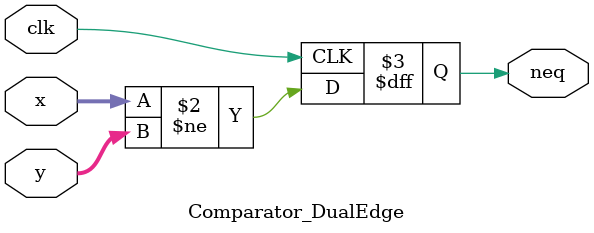
<source format=sv>
module Comparator_DualEdge #(parameter WIDTH = 8) (
    input              clk,
    input  [WIDTH-1:0] x, y,
    output reg         neq
);
    // 将双沿触发替换为单沿触发
    always @(posedge clk) begin
        neq <= (x != y);
    end
endmodule
</source>
